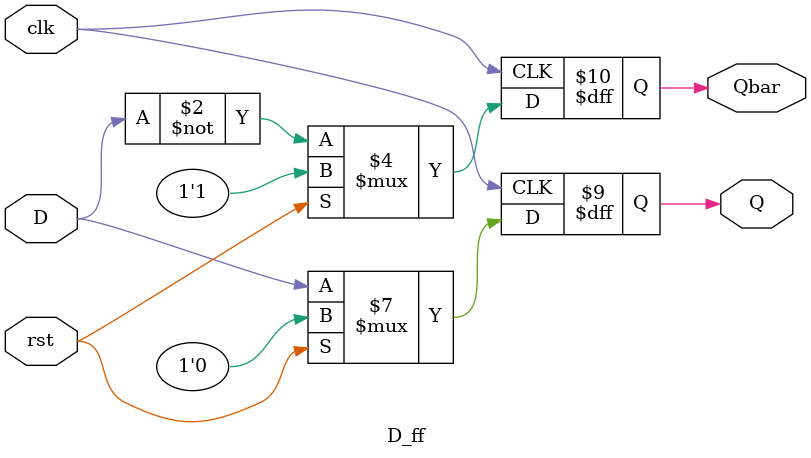
<source format=v>
module D_ff(input D , clk ,rst , output reg Q ,Qbar);
always @(posedge clk ) begin
    if(rst)begin
        Q <=0;
        Qbar<=1;
    end  
    else begin
        Q <= D;
        Qbar <= ~D;
    end
    end
endmodule

</source>
